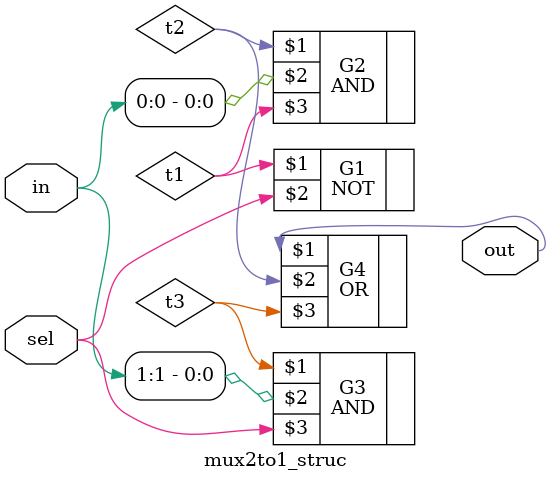
<source format=v>

module mux2to1_struc (in,sel,out);
 input [1:0]in;
 input sel;
 output out;

 wire t1,t2,t3;

 NOT G1 (t1,sel);
 AND G2 (t2,in[0],t1);
 AND G3 (t3,in[1],sel);
 OR G4 (out,t2,t3);

endmodule

</source>
